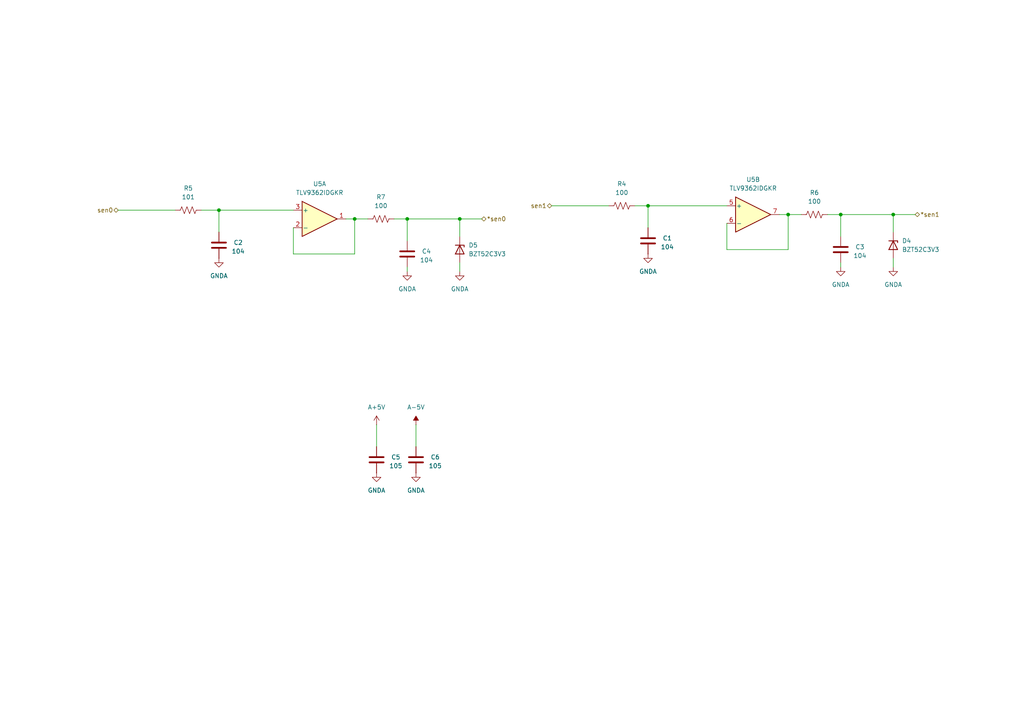
<source format=kicad_sch>
(kicad_sch (version 20250114) (generator "eeschema") (generator_version "9.0")
  (paper "A4")
  (lib_symbols
    (symbol "Device:D_Zener" (pin_numbers (hide yes)) (pin_names (offset 1.016) (hide yes))
      (property "Reference" "D" (at 0 2.54 0))
      (property "Value" "D_Zener" (at 0 -2.54 0))
      (symbol "D_Zener_0_1"
        (polyline (pts (xy -1.27 -1.27) (xy -1.27 1.27) (xy -0.762 1.27)) (stroke (width 0.254)))
        (polyline (pts (xy 1.27 0) (xy -1.27 0)))
        (polyline (pts (xy 1.27 -1.27) (xy 1.27 1.27) (xy -1.27 0) (xy 1.27 -1.27)) (stroke (width 0.254)))
      )
      (symbol "D_Zener_1_1"
        (pin passive line (at -3.81 0 0) (length 2.54) (name "K") (number "1"))
        (pin passive line (at 3.81 0 180) (length 2.54) (name "A") (number "2"))
      )
    )
    (symbol "common:C" (pin_numbers (hide yes)) (pin_names (offset 0.254))
      (property "Reference" "C" (at 0.635 2.54 0))
      (property "Value" "C" (at 0.635 -2.54 0))
      (symbol "C_0_1"
        (polyline (pts (xy -2.032 0.762) (xy 2.032 0.762)) (stroke (width 0.508)))
        (polyline (pts (xy -2.032 -0.762) (xy 2.032 -0.762)) (stroke (width 0.508)))
      )
      (symbol "C_1_1"
        (pin passive line (at 0 3.81 270) (length 2.794) (name "~") (number "1"))
        (pin passive line (at 0 -3.81 90) (length 2.794) (name "~") (number "2"))
      )
    )
    (symbol "common:OPAMP_2CH" (pin_names (offset 0.127))
      (property "Reference" "U" (at 0 5.08 0))
      (property "Value" "OPAMP_2CH" (at 0 -5.08 0))
      (symbol "OPAMP_2CH_1_1"
        (polyline (pts (xy -5.08 5.08) (xy 5.08 0) (xy -5.08 -5.08) (xy -5.08 5.08)) (stroke (width 0.254)) (fill (type background)))
        (pin input line (at -7.62 2.54 0) (length 2.54) (name "+") (number "3"))
        (pin input line (at -7.62 -2.54 0) (length 2.54) (name "-") (number "2"))
        (pin output line (at 7.62 0 180) (length 2.54) (name "~") (number "1"))
      )
      (symbol "OPAMP_2CH_2_1"
        (polyline (pts (xy -5.08 5.08) (xy 5.08 0) (xy -5.08 -5.08) (xy -5.08 5.08)) (stroke (width 0.254)) (fill (type background)))
        (pin input line (at -7.62 2.54 0) (length 2.54) (name "+") (number "5"))
        (pin input line (at -7.62 -2.54 0) (length 2.54) (name "-") (number "6"))
        (pin output line (at 7.62 0 180) (length 2.54) (name "~") (number "7"))
      )
      (symbol "OPAMP_2CH_3_1"
        (pin power_in line (at -2.54 7.62 270) (length 3.81) (name "V+") (number "8"))
        (pin power_in line (at -2.54 -7.62 90) (length 3.81) (name "V-") (number "4"))
      )
    )
    (symbol "common:R_US" (pin_numbers (hide yes)) (pin_names (offset 0))
      (property "Reference" "R" (at 2.54 0 90))
      (property "Value" "R_US" (at -2.54 0 90))
      (symbol "R_US_0_1"
        (polyline (pts (xy 0 2.286) (xy 0 2.54)))
        (polyline (pts (xy 0 2.286) (xy 1.016 1.905) (xy 0 1.524) (xy -1.016 1.143) (xy 0 0.762)))
        (polyline (pts (xy 0 0.762) (xy 1.016 0.381) (xy 0 0) (xy -1.016 -0.381) (xy 0 -0.762)))
        (polyline (pts (xy 0 -0.762) (xy 1.016 -1.143) (xy 0 -1.524) (xy -1.016 -1.905) (xy 0 -2.286)))
        (polyline (pts (xy 0 -2.286) (xy 0 -2.54)))
      )
      (symbol "R_US_1_1"
        (pin passive line (at 0 3.81 270) (length 1.27) (name "~") (number "1"))
        (pin passive line (at 0 -3.81 90) (length 1.27) (name "~") (number "2"))
      )
    )
    (symbol "power:+5V" (power) (pin_numbers (hide yes)) (pin_names (offset 0) (hide yes))
      (property "Value" "+5V" (at 0 3.556 0))
      (symbol "+5V_0_1"
        (polyline (pts (xy -0.762 1.27) (xy 0 2.54)))
        (polyline (pts (xy 0 2.54) (xy 0.762 1.27)))
        (polyline (pts (xy 0 0) (xy 0 2.54)))
      )
      (symbol "+5V_1_1"
        (pin power_in line (at 0 0 90) (length 0) (name "~") (number "1"))
      )
    )
    (symbol "power:-5V" (power) (pin_numbers (hide yes)) (pin_names (offset 0) (hide yes))
      (property "Value" "-5V" (at 0 3.556 0))
      (symbol "-5V_0_0"
        (pin power_in line (at 0 0 90) (length 0) (name "~") (number "1"))
      )
      (symbol "-5V_0_1"
        (polyline (pts (xy 0 0) (xy 0 1.27) (xy 0.762 1.27) (xy 0 2.54) (xy -0.762 1.27) (xy 0 1.27)) (fill (type outline)))
      )
    )
    (symbol "power:GNDA" (power) (pin_numbers (hide yes)) (pin_names (offset 0) (hide yes))
      (property "Value" "GNDA" (at 0 -3.81 0))
      (symbol "GNDA_0_1"
        (polyline (pts (xy 0 0) (xy 0 -1.27) (xy 1.27 -1.27) (xy 0 -2.54) (xy -1.27 -1.27) (xy 0 -1.27)))
      )
      (symbol "GNDA_1_1"
        (pin power_in line (at 0 0 270) (length 0) (name "~") (number "1"))
      )
    )
  )
  (junction (at 133.35 63.5))
  (junction (at 118.11 63.5))
  (junction (at 102.87 63.5))
  (junction (at 243.84 62.23))
  (junction (at 259.08 62.23))
  (junction (at 63.5 60.96))
  (junction (at 187.96 59.69))
  (junction (at 228.6 62.23))
  (wire (pts (xy 187.96 59.69) (xy 187.96 66.04)))
  (wire (pts (xy 85.09 60.96) (xy 63.5 60.96)))
  (wire (pts (xy 85.09 66.04) (xy 85.09 73.66)))
  (wire (pts (xy 118.11 78.74) (xy 118.11 77.47)))
  (wire (pts (xy 259.08 62.23) (xy 265.43 62.23)))
  (wire (pts (xy 34.29 60.96) (xy 50.8 60.96)))
  (wire (pts (xy 187.96 59.69) (xy 184.15 59.69)))
  (wire (pts (xy 58.42 60.96) (xy 63.5 60.96)))
  (wire (pts (xy 243.84 62.23) (xy 243.84 68.58)))
  (wire (pts (xy 63.5 60.96) (xy 63.5 67.31)))
  (wire (pts (xy 228.6 62.23) (xy 232.41 62.23)))
  (wire (pts (xy 118.11 63.5) (xy 118.11 69.85)))
  (wire (pts (xy 228.6 62.23) (xy 226.06 62.23)))
  (wire (pts (xy 243.84 62.23) (xy 240.03 62.23)))
  (wire (pts (xy 210.82 64.77) (xy 210.82 72.39)))
  (wire (pts (xy 243.84 77.47) (xy 243.84 76.2)))
  (wire (pts (xy 102.87 63.5) (xy 106.68 63.5)))
  (wire (pts (xy 118.11 63.5) (xy 133.35 63.5)))
  (wire (pts (xy 118.11 63.5) (xy 114.3 63.5)))
  (wire (pts (xy 102.87 73.66) (xy 102.87 63.5)))
  (wire (pts (xy 210.82 72.39) (xy 228.6 72.39)))
  (wire (pts (xy 109.22 123.19) (xy 109.22 129.54)))
  (wire (pts (xy 228.6 72.39) (xy 228.6 62.23)))
  (wire (pts (xy 120.65 123.19) (xy 120.65 129.54)))
  (wire (pts (xy 160.02 59.69) (xy 176.53 59.69)))
  (wire (pts (xy 85.09 73.66) (xy 102.87 73.66)))
  (wire (pts (xy 210.82 59.69) (xy 187.96 59.69)))
  (wire (pts (xy 133.35 76.2) (xy 133.35 78.74)))
  (wire (pts (xy 133.35 63.5) (xy 139.7 63.5)))
  (wire (pts (xy 102.87 63.5) (xy 100.33 63.5)))
  (wire (pts (xy 259.08 62.23) (xy 259.08 67.31)))
  (wire (pts (xy 243.84 62.23) (xy 259.08 62.23)))
  (wire (pts (xy 259.08 74.93) (xy 259.08 77.47)))
  (wire (pts (xy 133.35 63.5) (xy 133.35 68.58)))
  (hierarchical_label "*sen0" (shape bidirectional) (at 139.7 63.5 0))
  (hierarchical_label "sen1" (shape bidirectional) (at 160.02 59.69 180))
  (hierarchical_label "sen0" (shape bidirectional) (at 34.29 60.96 180))
  (hierarchical_label "*sen1" (shape bidirectional) (at 265.43 62.23 0))
  (symbol (lib_id "common:C") (at 187.96 69.85 180) (unit 1)
    (property "Reference" "C?" (at 193.548 69.088 0))
    (property "Value" "104" (at 193.548 71.628 0))
    (property "Footprint" "Capacitor_SMD:C_0603_1608Metric" (effects (hide yes)))
    (property "Description" "Unpolarized capacitor" (effects (hide yes)))
    (property "Part Number" "any" (effects (hide yes)))
    (property "Manufacturer" "any" (effects (hide yes)))
    (instances (project "28p55xBoard" (path "" (reference "C1") (unit 1)) (path "" (reference "C11") (unit 1))) (project "main" (path "" (reference "C?") (unit 1))))
  )
  (symbol (lib_id "common:R_US") (at 236.22 62.23 90) (unit 1)
    (property "Reference" "R?" (at 236.22 55.88 90))
    (property "Value" "100" (at 236.22 58.42 90))
    (property "Footprint" "Resistor_SMD:R_0603_1608Metric" (effects (hide yes)))
    (property "Description" "Resistor, US symbol" (effects (hide yes)))
    (instances (project "28p55xBoard" (path "" (reference "R6") (unit 1)) (path "" (reference "R14") (unit 1))) (project "main" (path "" (reference "R?") (unit 1))))
  )
  (symbol (lib_id "common:C") (at 243.84 72.39 180) (unit 1)
    (property "Reference" "C?" (at 249.428 71.628 0))
    (property "Value" "104" (at 249.428 74.168 0))
    (property "Footprint" "Capacitor_SMD:C_0603_1608Metric" (effects (hide yes)))
    (property "Description" "Unpolarized capacitor" (effects (hide yes)))
    (property "Part Number" "any" (effects (hide yes)))
    (property "Manufacturer" "any" (effects (hide yes)))
    (instances (project "28p55xBoard" (path "" (reference "C3") (unit 1)) (path "" (reference "C13") (unit 1))) (project "main" (path "" (reference "C?") (unit 1))))
  )
  (symbol (lib_id "common:C") (at 109.22 133.35 180) (unit 1)
    (property "Reference" "C?" (at 114.808 132.588 0))
    (property "Value" "105" (at 114.808 135.128 0))
    (property "Footprint" "Capacitor_SMD:C_0603_1608Metric" (effects (hide yes)))
    (property "Description" "Unpolarized capacitor" (effects (hide yes)))
    (property "Part Number" "any" (effects (hide yes)))
    (property "Manufacturer" "any" (effects (hide yes)))
    (instances (project "28p55xBoard" (path "" (reference "C5") (unit 1)) (path "" (reference "C15") (unit 1))) (project "main" (path "" (reference "C?") (unit 1))))
  )
  (symbol (lib_id "power:GNDA") (at 243.84 77.47 0) (unit 1)
    (property "Reference" "#PWR0105" (effects (hide yes)))
    (property "Value" "GNDA" (at 243.84 82.55 0))
    (property "Description" "Power symbol creates a global label with name \"GNDA\" , analog ground" (effects (hide yes)))
    (instances (project "28p55xBoard" (path "" (reference "#PWR07") (unit 1)) (path "" (reference "#PWR039") (unit 1))) (project "main" (path "" (reference "#PWR0105") (unit 1))))
  )
  (symbol (lib_id "power:GNDA") (at 109.22 137.16 0) (unit 1)
    (property "Reference" "#PWR0112" (effects (hide yes)))
    (property "Value" "GNDA" (at 109.22 142.24 0))
    (property "Description" "Power symbol creates a global label with name \"GNDA\" , analog ground" (effects (hide yes)))
    (instances (project "28p55xBoard" (path "" (reference "#PWR013") (unit 1)) (path "" (reference "#PWR045") (unit 1))) (project "main" (path "" (reference "#PWR0112") (unit 1))))
  )
  (symbol (lib_id "common:R_US") (at 110.49 63.5 90) (unit 1)
    (property "Reference" "R?" (at 110.49 57.15 90))
    (property "Value" "100" (at 110.49 59.69 90))
    (property "Footprint" "Resistor_SMD:R_0603_1608Metric" (effects (hide yes)))
    (property "Description" "Resistor, US symbol" (effects (hide yes)))
    (instances (project "28p55xBoard" (path "" (reference "R7") (unit 1)) (path "" (reference "R15") (unit 1))) (project "main" (path "" (reference "R?") (unit 1))))
  )
  (symbol (lib_id "power:GNDA") (at 133.35 78.74 0) (unit 1)
    (property "Reference" "#PWR0108" (effects (hide yes)))
    (property "Value" "GNDA" (at 133.35 83.82 0))
    (property "Description" "Power symbol creates a global label with name \"GNDA\" , analog ground" (effects (hide yes)))
    (instances (project "28p55xBoard" (path "" (reference "#PWR010") (unit 1)) (path "" (reference "#PWR042") (unit 1))) (project "main" (path "" (reference "#PWR0108") (unit 1))))
  )
  (symbol (lib_id "power:GNDA") (at 187.96 73.66 0) (unit 1)
    (property "Reference" "#PWR0107" (effects (hide yes)))
    (property "Value" "GNDA" (at 187.96 78.74 0))
    (property "Description" "Power symbol creates a global label with name \"GNDA\" , analog ground" (effects (hide yes)))
    (instances (project "28p55xBoard" (path "" (reference "#PWR05") (unit 1)) (path "" (reference "#PWR037") (unit 1))) (project "main" (path "" (reference "#PWR0107") (unit 1))))
  )
  (symbol (lib_id "common:OPAMP_2CH") (at 218.44 62.23 0) (unit 2)
    (property "Reference" "U?" (at 218.44 52.07 0))
    (property "Value" "TLV9362IDGKR" (at 218.44 54.61 0))
    (property "Footprint" "Package_SO:VSSOP-8_3x3mm_P0.65mm" (effects (hide yes)))
    (property "Datasheet" "http://www.ti.com/lit/ds/symlink/lm358.pdf" (effects (hide yes)))
    (property "Description" "Dual Operational Amplifiers, DIP-8/SOIC-8/TSSOP-8/VSSOP-8" (effects (hide yes)))
    (instances (project "28p55xBoard" (path "" (reference "U5") (unit 2)) (path "" (reference "U9") (unit 1))) (project "main" (path "" (reference "U?") (unit 2))))
  )
  (symbol (lib_id "Device:D_Zener") (at 133.35 72.39 270) (unit 1)
    (property "Reference" "D?" (at 135.89 71.1199 90) (effects (justify left)))
    (property "Value" "BZT52C3V3" (at 135.89 73.6599 90) (effects (justify left)))
    (property "Footprint" "Diode_SMD:D_SOD-123" (effects (hide yes)))
    (property "Description" "Zener diode" (effects (hide yes)))
    (instances (project "28p55xBoard" (path "" (reference "D5") (unit 1)) (path "" (reference "D9") (unit 1))) (project "main" (path "" (reference "D?") (unit 1))))
  )
  (symbol (lib_id "power:GNDA") (at 259.08 77.47 0) (unit 1)
    (property "Reference" "#PWR0106" (effects (hide yes)))
    (property "Value" "GNDA" (at 259.08 82.55 0))
    (property "Description" "Power symbol creates a global label with name \"GNDA\" , analog ground" (effects (hide yes)))
    (instances (project "28p55xBoard" (path "" (reference "#PWR08") (unit 1)) (path "" (reference "#PWR040") (unit 1))) (project "main" (path "" (reference "#PWR0106") (unit 1))))
  )
  (symbol (lib_id "common:C") (at 120.65 133.35 180) (unit 1)
    (property "Reference" "C?" (at 126.238 132.588 0))
    (property "Value" "105" (at 126.238 135.128 0))
    (property "Footprint" "Capacitor_SMD:C_0603_1608Metric" (effects (hide yes)))
    (property "Description" "Unpolarized capacitor" (effects (hide yes)))
    (property "Part Number" "any" (effects (hide yes)))
    (property "Manufacturer" "any" (effects (hide yes)))
    (instances (project "28p55xBoard" (path "" (reference "C6") (unit 1)) (path "" (reference "C16") (unit 1))) (project "main" (path "" (reference "C?") (unit 1))))
  )
  (symbol (lib_id "power:-5V") (at 120.65 123.19 0) (unit 1)
    (property "Reference" "#PWR0110" (effects (hide yes)))
    (property "Value" "A-5V" (at 120.65 118.11 0))
    (property "Description" "Power symbol creates a global label with name \"-5V\"" (effects (hide yes)))
    (instances (project "28p55xBoard" (path "" (reference "#PWR012") (unit 1)) (path "" (reference "#PWR044") (unit 1))) (project "main" (path "" (reference "#PWR0110") (unit 1))))
  )
  (symbol (lib_id "common:R_US") (at 54.61 60.96 90) (unit 1)
    (property "Reference" "R?" (at 54.61 54.61 90))
    (property "Value" "101" (at 54.61 57.15 90))
    (property "Footprint" "Resistor_SMD:R_0603_1608Metric" (effects (hide yes)))
    (property "Description" "Resistor, US symbol" (effects (hide yes)))
    (instances (project "28p55xBoard" (path "" (reference "R5") (unit 1)) (path "" (reference "R13") (unit 1))) (project "main" (path "" (reference "R?") (unit 1))))
  )
  (symbol (lib_id "power:GNDA") (at 118.11 78.74 0) (unit 1)
    (property "Reference" "#PWR0114" (effects (hide yes)))
    (property "Value" "GNDA" (at 118.11 83.82 0))
    (property "Description" "Power symbol creates a global label with name \"GNDA\" , analog ground" (effects (hide yes)))
    (instances (project "28p55xBoard" (path "" (reference "#PWR09") (unit 1)) (path "" (reference "#PWR041") (unit 1))) (project "main" (path "" (reference "#PWR0114") (unit 1))))
  )
  (symbol (lib_id "power:GNDA") (at 63.5 74.93 0) (unit 1)
    (property "Reference" "#PWR0109" (effects (hide yes)))
    (property "Value" "GNDA" (at 63.5 80.01 0))
    (property "Description" "Power symbol creates a global label with name \"GNDA\" , analog ground" (effects (hide yes)))
    (instances (project "28p55xBoard" (path "" (reference "#PWR06") (unit 1)) (path "" (reference "#PWR038") (unit 1))) (project "main" (path "" (reference "#PWR0109") (unit 1))))
  )
  (symbol (lib_id "common:R_US") (at 180.34 59.69 90) (unit 1)
    (property "Reference" "R?" (at 180.34 53.34 90))
    (property "Value" "100" (at 180.34 55.88 90))
    (property "Footprint" "Resistor_SMD:R_0603_1608Metric" (effects (hide yes)))
    (property "Description" "Resistor, US symbol" (effects (hide yes)))
    (instances (project "28p55xBoard" (path "" (reference "R4") (unit 1)) (path "" (reference "R12") (unit 1))) (project "main" (path "" (reference "R?") (unit 1))))
  )
  (symbol (lib_id "common:C") (at 118.11 73.66 180) (unit 1)
    (property "Reference" "C?" (at 123.698 72.898 0))
    (property "Value" "104" (at 123.698 75.438 0))
    (property "Footprint" "Capacitor_SMD:C_0603_1608Metric" (effects (hide yes)))
    (property "Description" "Unpolarized capacitor" (effects (hide yes)))
    (property "Part Number" "any" (effects (hide yes)))
    (property "Manufacturer" "any" (effects (hide yes)))
    (instances (project "28p55xBoard" (path "" (reference "C4") (unit 1)) (path "" (reference "C14") (unit 1))) (project "main" (path "" (reference "C?") (unit 1))))
  )
  (symbol (lib_id "power:GNDA") (at 120.65 137.16 0) (unit 1)
    (property "Reference" "#PWR0113" (effects (hide yes)))
    (property "Value" "GNDA" (at 120.65 142.24 0))
    (property "Description" "Power symbol creates a global label with name \"GNDA\" , analog ground" (effects (hide yes)))
    (instances (project "28p55xBoard" (path "" (reference "#PWR014") (unit 1)) (path "" (reference "#PWR046") (unit 1))) (project "main" (path "" (reference "#PWR0113") (unit 1))))
  )
  (symbol (lib_id "power:+5V") (at 109.22 123.19 0) (unit 1)
    (property "Reference" "#PWR0111" (effects (hide yes)))
    (property "Value" "A+5V" (at 109.22 118.11 0))
    (property "Description" "Power symbol creates a global label with name \"+5V\"" (effects (hide yes)))
    (instances (project "28p55xBoard" (path "" (reference "#PWR011") (unit 1)) (path "" (reference "#PWR043") (unit 1))) (project "main" (path "" (reference "#PWR0111") (unit 1))))
  )
  (symbol (lib_id "common:C") (at 63.5 71.12 180) (unit 1)
    (property "Reference" "C?" (at 69.088 70.358 0))
    (property "Value" "104" (at 69.088 72.898 0))
    (property "Footprint" "Capacitor_SMD:C_0603_1608Metric" (effects (hide yes)))
    (property "Description" "Unpolarized capacitor" (effects (hide yes)))
    (property "Part Number" "any" (effects (hide yes)))
    (property "Manufacturer" "any" (effects (hide yes)))
    (instances (project "28p55xBoard" (path "" (reference "C2") (unit 1)) (path "" (reference "C12") (unit 1))) (project "main" (path "" (reference "C?") (unit 1))))
  )
  (symbol (lib_id "common:OPAMP_2CH") (at 92.71 63.5 0) (unit 1)
    (property "Reference" "U?" (at 92.71 53.34 0))
    (property "Value" "TLV9362IDGKR" (at 92.71 55.88 0))
    (property "Footprint" "Package_SO:VSSOP-8_3x3mm_P0.65mm" (effects (hide yes)))
    (property "Datasheet" "http://www.ti.com/lit/ds/symlink/lm358.pdf" (effects (hide yes)))
    (property "Description" "Dual Operational Amplifiers, DIP-8/SOIC-8/TSSOP-8/VSSOP-8" (effects (hide yes)))
    (instances (project "28p55xBoard" (path "" (reference "U5") (unit 1)) (path "" (reference "U10") (unit 1))) (project "main" (path "" (reference "U?") (unit 1))))
  )
  (symbol (lib_id "Device:D_Zener") (at 259.08 71.12 270) (unit 1)
    (property "Reference" "D?" (at 261.62 69.8499 90) (effects (justify left)))
    (property "Value" "BZT52C3V3" (at 261.62 72.3899 90) (effects (justify left)))
    (property "Footprint" "Diode_SMD:D_SOD-123" (effects (hide yes)))
    (property "Description" "Zener diode" (effects (hide yes)))
    (instances (project "28p55xBoard" (path "" (reference "D4") (unit 1)) (path "" (reference "D8") (unit 1))) (project "main" (path "" (reference "D?") (unit 1))))
  )
)
</source>
